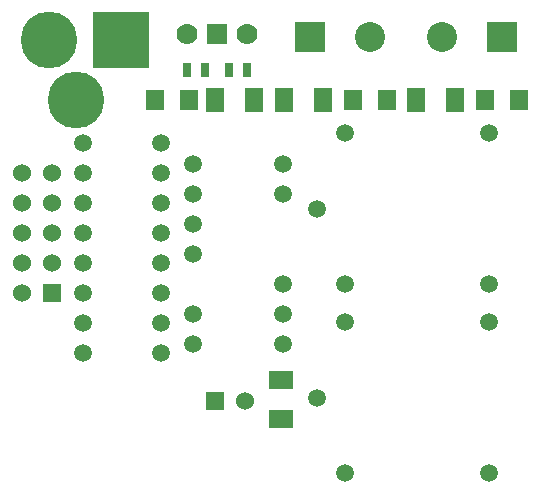
<source format=gts>
G04 (created by PCBNEW (2013-may-18)-stable) date dim 05 jun 2016 14:26:50 CEST*
%MOIN*%
G04 Gerber Fmt 3.4, Leading zero omitted, Abs format*
%FSLAX34Y34*%
G01*
G70*
G90*
G04 APERTURE LIST*
%ADD10C,0.00590551*%
%ADD11R,0.06X0.06*%
%ADD12C,0.06*%
%ADD13C,0.0590551*%
%ADD14R,0.1X0.1*%
%ADD15C,0.1*%
%ADD16C,0.07*%
%ADD17R,0.07X0.07*%
%ADD18C,0.189*%
%ADD19R,0.189X0.189*%
%ADD20R,0.06X0.08*%
%ADD21R,0.0629X0.0709*%
%ADD22R,0.08X0.06*%
%ADD23R,0.025X0.045*%
G04 APERTURE END LIST*
G54D10*
G54D11*
X16200Y-20650D03*
G54D12*
X15200Y-20650D03*
X16200Y-19650D03*
X15200Y-19650D03*
X16200Y-18650D03*
X15200Y-18650D03*
X16200Y-17650D03*
X15200Y-17650D03*
X16200Y-16650D03*
X15200Y-16650D03*
G54D13*
X25052Y-17848D03*
X30761Y-20348D03*
X25958Y-20348D03*
X25958Y-15309D03*
X30761Y-15309D03*
G54D14*
X24800Y-12100D03*
G54D15*
X26800Y-12100D03*
G54D13*
X23900Y-17350D03*
X23900Y-16350D03*
X23900Y-20350D03*
X23900Y-21350D03*
X23900Y-22350D03*
X20900Y-22350D03*
X20900Y-21350D03*
X20900Y-19350D03*
X20900Y-18350D03*
X20900Y-17350D03*
X20900Y-16350D03*
X25052Y-24148D03*
X30761Y-26648D03*
X25958Y-26648D03*
X25958Y-21609D03*
X30761Y-21609D03*
G54D11*
X21650Y-24250D03*
G54D12*
X22650Y-24250D03*
G54D16*
X20700Y-12000D03*
G54D17*
X21700Y-12000D03*
G54D16*
X22700Y-12000D03*
G54D18*
X16100Y-12200D03*
G54D19*
X18500Y-12200D03*
G54D18*
X17000Y-14200D03*
G54D14*
X31200Y-12100D03*
G54D15*
X29200Y-12100D03*
G54D13*
X17250Y-15650D03*
X17250Y-16650D03*
X17250Y-17650D03*
X17250Y-18650D03*
X17250Y-19650D03*
X17250Y-21650D03*
X17250Y-22650D03*
X19850Y-22650D03*
X19850Y-21650D03*
X19850Y-20650D03*
X19850Y-19650D03*
X19850Y-18650D03*
X19850Y-17650D03*
X19850Y-16650D03*
X19850Y-15650D03*
X17250Y-20650D03*
G54D20*
X25250Y-14200D03*
X23950Y-14200D03*
X29650Y-14200D03*
X28350Y-14200D03*
X21650Y-14200D03*
X22950Y-14200D03*
G54D21*
X27359Y-14200D03*
X26241Y-14200D03*
X31759Y-14200D03*
X30641Y-14200D03*
X19641Y-14200D03*
X20759Y-14200D03*
G54D22*
X23850Y-24850D03*
X23850Y-23550D03*
G54D23*
X20700Y-13200D03*
X21300Y-13200D03*
X22700Y-13200D03*
X22100Y-13200D03*
M02*

</source>
